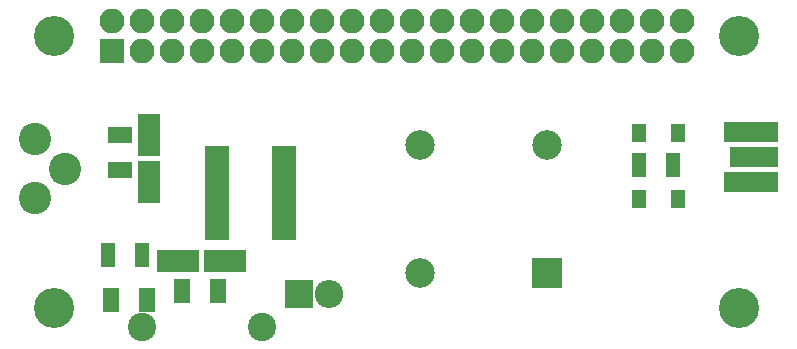
<source format=gbr>
G04 #@! TF.FileFunction,Soldermask,Top*
%FSLAX46Y46*%
G04 Gerber Fmt 4.6, Leading zero omitted, Abs format (unit mm)*
G04 Created by KiCad (PCBNEW 4.0.5) date 03/21/17 11:14:39*
%MOMM*%
%LPD*%
G01*
G04 APERTURE LIST*
%ADD10C,0.100000*%
%ADD11R,2.100000X2.100000*%
%ADD12O,2.100000X2.100000*%
%ADD13R,2.152600X0.908000*%
%ADD14R,1.900000X3.600000*%
%ADD15R,2.000000X1.400000*%
%ADD16R,1.400000X2.000000*%
%ADD17R,3.600000X1.900000*%
%ADD18R,1.300000X1.600000*%
%ADD19C,2.500000*%
%ADD20R,2.500000X2.500000*%
%ADD21C,2.398980*%
%ADD22O,2.398980X2.398980*%
%ADD23R,2.398980X2.398980*%
%ADD24R,1.300000X2.100000*%
%ADD25C,2.740000*%
%ADD26R,4.591000X1.670000*%
%ADD27R,4.083000X1.670000*%
%ADD28C,3.400000*%
G04 APERTURE END LIST*
D10*
D11*
X122618500Y-36068000D03*
D12*
X122618500Y-33528000D03*
X125158500Y-36068000D03*
X125158500Y-33528000D03*
X127698500Y-36068000D03*
X127698500Y-33528000D03*
X130238500Y-36068000D03*
X130238500Y-33528000D03*
X132778500Y-36068000D03*
X132778500Y-33528000D03*
X135318500Y-36068000D03*
X135318500Y-33528000D03*
X137858500Y-36068000D03*
X137858500Y-33528000D03*
X140398500Y-36068000D03*
X140398500Y-33528000D03*
X142938500Y-36068000D03*
X142938500Y-33528000D03*
X145478500Y-36068000D03*
X145478500Y-33528000D03*
X148018500Y-36068000D03*
X148018500Y-33528000D03*
X150558500Y-36068000D03*
X150558500Y-33528000D03*
X153098500Y-36068000D03*
X153098500Y-33528000D03*
X155638500Y-36068000D03*
X155638500Y-33528000D03*
X158178500Y-36068000D03*
X158178500Y-33528000D03*
X160718500Y-36068000D03*
X160718500Y-33528000D03*
X163258500Y-36068000D03*
X163258500Y-33528000D03*
X165798500Y-36068000D03*
X165798500Y-33528000D03*
X168338500Y-36068000D03*
X168338500Y-33528000D03*
X170878500Y-36068000D03*
X170878500Y-33528000D03*
D13*
X131521200Y-44558001D03*
X131521200Y-45208000D03*
X131521200Y-45857998D03*
X131521200Y-46507999D03*
X131521200Y-47157998D03*
X131521200Y-47807999D03*
X131521200Y-48457998D03*
X131521200Y-49107999D03*
X131521200Y-49757998D03*
X131521200Y-50407999D03*
X131521200Y-51057998D03*
X131521200Y-51707999D03*
X137210800Y-51707999D03*
X137210800Y-51058000D03*
X137210800Y-50407999D03*
X137210800Y-49758001D03*
X137210800Y-49107999D03*
X137210800Y-48458001D03*
X137210800Y-47808002D03*
X137210800Y-47158001D03*
X137210800Y-46508002D03*
X137210800Y-45858001D03*
X137210800Y-45208002D03*
X137210800Y-44558001D03*
D14*
X125793500Y-43212000D03*
X125793500Y-47212000D03*
D15*
X123317000Y-43204000D03*
X123317000Y-46204000D03*
D16*
X122579000Y-57150000D03*
X125579000Y-57150000D03*
X128611500Y-56451500D03*
X131611500Y-56451500D03*
D17*
X128238500Y-53848000D03*
X132238500Y-53848000D03*
D18*
X167260000Y-43053000D03*
X170560000Y-43053000D03*
X167260000Y-48641000D03*
X170560000Y-48641000D03*
D19*
X148717000Y-44069000D03*
X148717000Y-54869000D03*
D20*
X159517000Y-54869000D03*
D19*
X159517000Y-44069000D03*
D21*
X135366760Y-59436000D03*
X125206760Y-59436000D03*
D22*
X141033500Y-56642000D03*
D23*
X138493500Y-56642000D03*
D24*
X167269500Y-45783500D03*
X170169500Y-45783500D03*
X122311500Y-53340000D03*
X125211500Y-53340000D03*
D25*
X116141500Y-48561000D03*
X118641500Y-46061000D03*
X116141500Y-43561000D03*
D26*
X176720500Y-47231300D03*
X176720500Y-42938700D03*
D27*
X176974500Y-45085000D03*
D26*
X176720500Y-47231300D03*
X176720500Y-42938700D03*
D28*
X117729000Y-34798000D03*
X175768000Y-34798000D03*
X117729000Y-57848500D03*
X175768000Y-57848500D03*
M02*

</source>
